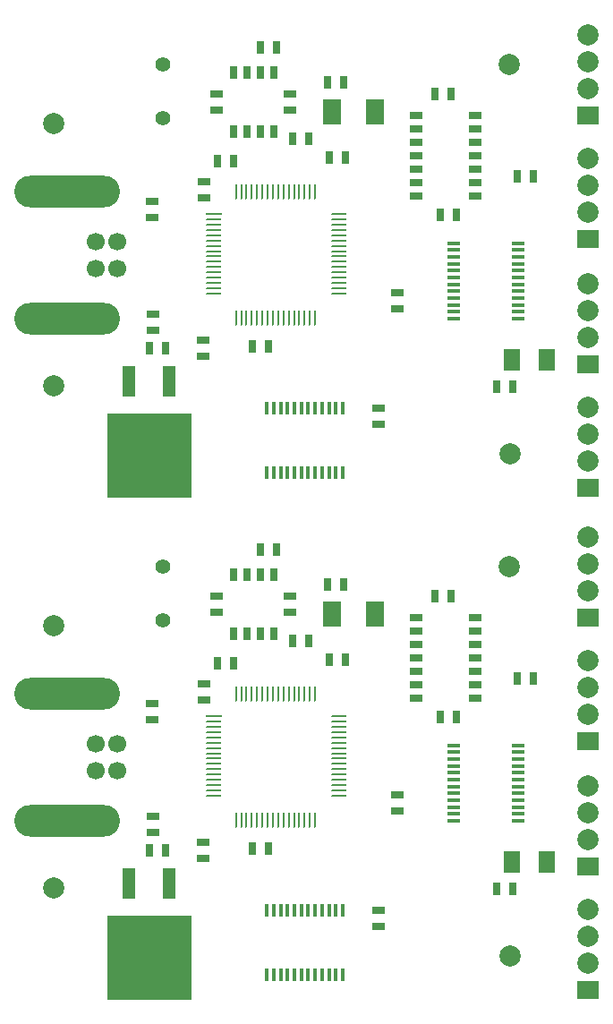
<source format=gts>
G04 #@! TF.FileFunction,Soldermask,Top*
%FSLAX46Y46*%
G04 Gerber Fmt 4.6, Leading zero omitted, Abs format (unit mm)*
G04 Created by KiCad (PCBNEW 4.0.7) date 02/20/18 19:55:49*
%MOMM*%
%LPD*%
G01*
G04 APERTURE LIST*
%ADD10C,0.150000*%
%ADD11R,0.635000X1.143000*%
%ADD12R,1.143000X0.635000*%
%ADD13R,1.998980X1.800860*%
%ADD14C,1.998980*%
%ADD15R,1.524000X2.032000*%
%ADD16R,1.800860X2.400300*%
%ADD17C,1.422400*%
%ADD18C,2.000000*%
%ADD19R,1.270000X0.406400*%
%ADD20R,0.406400X1.270000*%
%ADD21R,1.300480X2.999740*%
%ADD22R,8.001000X8.001000*%
%ADD23R,1.270000X0.635000*%
%ADD24R,0.635000X1.270000*%
%ADD25R,1.524000X0.248920*%
%ADD26O,1.524000X0.248920*%
%ADD27O,0.248920X1.524000*%
%ADD28C,1.700000*%
%ADD29O,10.000000X3.000000*%
G04 APERTURE END LIST*
D10*
D11*
X157734000Y-26670000D03*
X156210000Y-26670000D03*
D12*
X139700000Y-48641000D03*
X139700000Y-50165000D03*
D11*
X149098000Y-51689000D03*
X150622000Y-51689000D03*
D12*
X161036000Y-57531000D03*
X161036000Y-59055000D03*
D11*
X166878000Y-39243000D03*
X168402000Y-39243000D03*
X157861000Y-33782000D03*
X156337000Y-33782000D03*
X167894000Y-27813000D03*
X166370000Y-27813000D03*
D12*
X144526000Y-36068000D03*
X144526000Y-37592000D03*
D11*
X139319000Y-51816000D03*
X140843000Y-51816000D03*
X149860000Y-23368000D03*
X151384000Y-23368000D03*
D12*
X162814000Y-46609000D03*
X162814000Y-48133000D03*
D13*
X180848000Y-29845000D03*
D14*
X180848000Y-27305000D03*
X180848000Y-24765000D03*
X180848000Y-22225000D03*
D13*
X180848000Y-41529000D03*
D14*
X180848000Y-38989000D03*
X180848000Y-36449000D03*
X180848000Y-33909000D03*
D13*
X180848000Y-53340000D03*
D14*
X180848000Y-50800000D03*
X180848000Y-48260000D03*
X180848000Y-45720000D03*
D13*
X180848000Y-65024000D03*
D14*
X180848000Y-62484000D03*
X180848000Y-59944000D03*
X180848000Y-57404000D03*
D15*
X176911000Y-52959000D03*
X173609000Y-52959000D03*
D11*
X173736000Y-55499000D03*
X172212000Y-55499000D03*
X175641000Y-35560000D03*
X174117000Y-35560000D03*
D16*
X160672780Y-29464000D03*
X156573220Y-29464000D03*
D17*
X140589000Y-30099000D03*
X140589000Y-25019000D03*
D18*
X130302000Y-55372000D03*
X130302000Y-30607000D03*
X173355000Y-25019000D03*
X173482000Y-61849000D03*
D19*
X168148000Y-41910000D03*
X168148000Y-42545000D03*
X168148000Y-43205400D03*
X168148000Y-43865800D03*
X168148000Y-44500800D03*
X168148000Y-45161200D03*
X168148000Y-45821600D03*
X168148000Y-46456600D03*
X168148000Y-47117000D03*
X168148000Y-47752000D03*
X168148000Y-48412400D03*
X168148000Y-49072800D03*
X174244000Y-49098200D03*
X174244000Y-48412400D03*
X174244000Y-47752000D03*
X174244000Y-47117000D03*
X174244000Y-46456600D03*
X174244000Y-45821600D03*
X174244000Y-45161200D03*
X174244000Y-44500800D03*
X174244000Y-43865800D03*
X174244000Y-43205400D03*
X174244000Y-42545000D03*
X174244000Y-41910000D03*
D20*
X157607000Y-57531000D03*
X156972000Y-57531000D03*
X156311600Y-57531000D03*
X155651200Y-57531000D03*
X155016200Y-57531000D03*
X154355800Y-57531000D03*
X153695400Y-57531000D03*
X153060400Y-57531000D03*
X152400000Y-57531000D03*
X151765000Y-57531000D03*
X151104600Y-57531000D03*
X150444200Y-57531000D03*
X150418800Y-63627000D03*
X151104600Y-63627000D03*
X151765000Y-63627000D03*
X152400000Y-63627000D03*
X153060400Y-63627000D03*
X153695400Y-63627000D03*
X154355800Y-63627000D03*
X155016200Y-63627000D03*
X155651200Y-63627000D03*
X156311600Y-63627000D03*
X156972000Y-63627000D03*
X157607000Y-63627000D03*
D21*
X141224000Y-54991000D03*
X137414000Y-54991000D03*
D22*
X139319000Y-61976000D03*
D12*
X139573000Y-37973000D03*
X139573000Y-39497000D03*
X144399000Y-51054000D03*
X144399000Y-52578000D03*
X152654000Y-27813000D03*
X152654000Y-29337000D03*
D11*
X154432000Y-32004000D03*
X152908000Y-32004000D03*
X145796000Y-34163000D03*
X147320000Y-34163000D03*
D12*
X145669000Y-27813000D03*
X145669000Y-29337000D03*
D23*
X164592000Y-29845000D03*
X164592000Y-31115000D03*
X164592000Y-32385000D03*
X164592000Y-33655000D03*
X164592000Y-34925000D03*
X164592000Y-36195000D03*
X164592000Y-37465000D03*
X170180000Y-37465000D03*
X170180000Y-36195000D03*
X170180000Y-34925000D03*
X170180000Y-33655000D03*
X170180000Y-32385000D03*
X170180000Y-31115000D03*
X170180000Y-29845000D03*
D24*
X147320000Y-31369000D03*
X148590000Y-31369000D03*
X149860000Y-31369000D03*
X151130000Y-31369000D03*
X151130000Y-25781000D03*
X149860000Y-25781000D03*
X148590000Y-25781000D03*
X147320000Y-25781000D03*
D25*
X145387060Y-39176960D03*
D26*
X145387060Y-39677340D03*
X145387060Y-40177720D03*
X145387060Y-40678100D03*
X145387060Y-41178480D03*
X145387060Y-41676320D03*
X145387060Y-42176700D03*
X145387060Y-42677080D03*
X145387060Y-43177460D03*
X145387060Y-43677840D03*
X145387060Y-44178220D03*
X145387060Y-44676060D03*
X145387060Y-45176440D03*
X145387060Y-45676820D03*
X145387060Y-46177200D03*
X145387060Y-46677580D03*
D27*
X147507960Y-48958500D03*
X148008340Y-48958500D03*
X148508720Y-48958500D03*
X149009100Y-48958500D03*
X149509480Y-48958500D03*
X150007320Y-48958500D03*
X150507700Y-48958500D03*
X151008080Y-48958500D03*
X151508460Y-48958500D03*
X152008840Y-48958500D03*
X152509220Y-48958500D03*
X153007060Y-48958500D03*
X153507440Y-48958500D03*
X154007820Y-48958500D03*
X154508200Y-48958500D03*
X155008580Y-48958500D03*
D26*
X157289500Y-46677580D03*
X157289500Y-46177200D03*
X157289500Y-45676820D03*
X157289500Y-45176440D03*
X157289500Y-44676060D03*
X157289500Y-44178220D03*
X157289500Y-43677840D03*
X157289500Y-43177460D03*
X157289500Y-42677080D03*
X157289500Y-42176700D03*
X157289500Y-41676320D03*
X157289500Y-41178480D03*
X157289500Y-40678100D03*
X157289500Y-40177720D03*
X157289500Y-39677340D03*
X157289500Y-39176960D03*
D27*
X155008580Y-37056060D03*
X154508200Y-37056060D03*
X153507440Y-37056060D03*
X154007820Y-37038280D03*
X153007060Y-37056060D03*
X152509220Y-37056060D03*
X152008840Y-37056060D03*
X151508460Y-37056060D03*
X151008080Y-37056060D03*
X150507700Y-37056060D03*
X150014940Y-37056060D03*
X149514560Y-37056060D03*
X149014180Y-37056060D03*
X148513800Y-37056060D03*
X148015960Y-37056060D03*
X147515580Y-37056060D03*
D28*
X136271000Y-44323000D03*
X136271000Y-41783000D03*
X134272020Y-41783000D03*
X134272020Y-44323000D03*
D29*
X131572000Y-49052480D03*
X131572000Y-37053520D03*
D28*
X136271000Y-91821000D03*
X136271000Y-89281000D03*
X134272020Y-89281000D03*
X134272020Y-91821000D03*
D29*
X131572000Y-96550480D03*
X131572000Y-84551520D03*
D25*
X145387060Y-86674960D03*
D26*
X145387060Y-87175340D03*
X145387060Y-87675720D03*
X145387060Y-88176100D03*
X145387060Y-88676480D03*
X145387060Y-89174320D03*
X145387060Y-89674700D03*
X145387060Y-90175080D03*
X145387060Y-90675460D03*
X145387060Y-91175840D03*
X145387060Y-91676220D03*
X145387060Y-92174060D03*
X145387060Y-92674440D03*
X145387060Y-93174820D03*
X145387060Y-93675200D03*
X145387060Y-94175580D03*
D27*
X147507960Y-96456500D03*
X148008340Y-96456500D03*
X148508720Y-96456500D03*
X149009100Y-96456500D03*
X149509480Y-96456500D03*
X150007320Y-96456500D03*
X150507700Y-96456500D03*
X151008080Y-96456500D03*
X151508460Y-96456500D03*
X152008840Y-96456500D03*
X152509220Y-96456500D03*
X153007060Y-96456500D03*
X153507440Y-96456500D03*
X154007820Y-96456500D03*
X154508200Y-96456500D03*
X155008580Y-96456500D03*
D26*
X157289500Y-94175580D03*
X157289500Y-93675200D03*
X157289500Y-93174820D03*
X157289500Y-92674440D03*
X157289500Y-92174060D03*
X157289500Y-91676220D03*
X157289500Y-91175840D03*
X157289500Y-90675460D03*
X157289500Y-90175080D03*
X157289500Y-89674700D03*
X157289500Y-89174320D03*
X157289500Y-88676480D03*
X157289500Y-88176100D03*
X157289500Y-87675720D03*
X157289500Y-87175340D03*
X157289500Y-86674960D03*
D27*
X155008580Y-84554060D03*
X154508200Y-84554060D03*
X153507440Y-84554060D03*
X154007820Y-84536280D03*
X153007060Y-84554060D03*
X152509220Y-84554060D03*
X152008840Y-84554060D03*
X151508460Y-84554060D03*
X151008080Y-84554060D03*
X150507700Y-84554060D03*
X150014940Y-84554060D03*
X149514560Y-84554060D03*
X149014180Y-84554060D03*
X148513800Y-84554060D03*
X148015960Y-84554060D03*
X147515580Y-84554060D03*
D24*
X147320000Y-78867000D03*
X148590000Y-78867000D03*
X149860000Y-78867000D03*
X151130000Y-78867000D03*
X151130000Y-73279000D03*
X149860000Y-73279000D03*
X148590000Y-73279000D03*
X147320000Y-73279000D03*
D23*
X164592000Y-77343000D03*
X164592000Y-78613000D03*
X164592000Y-79883000D03*
X164592000Y-81153000D03*
X164592000Y-82423000D03*
X164592000Y-83693000D03*
X164592000Y-84963000D03*
X170180000Y-84963000D03*
X170180000Y-83693000D03*
X170180000Y-82423000D03*
X170180000Y-81153000D03*
X170180000Y-79883000D03*
X170180000Y-78613000D03*
X170180000Y-77343000D03*
D12*
X145669000Y-75311000D03*
X145669000Y-76835000D03*
D11*
X145796000Y-81661000D03*
X147320000Y-81661000D03*
X154432000Y-79502000D03*
X152908000Y-79502000D03*
D12*
X152654000Y-75311000D03*
X152654000Y-76835000D03*
X144399000Y-98552000D03*
X144399000Y-100076000D03*
X139573000Y-85471000D03*
X139573000Y-86995000D03*
D21*
X141224000Y-102489000D03*
X137414000Y-102489000D03*
D22*
X139319000Y-109474000D03*
D20*
X157607000Y-105029000D03*
X156972000Y-105029000D03*
X156311600Y-105029000D03*
X155651200Y-105029000D03*
X155016200Y-105029000D03*
X154355800Y-105029000D03*
X153695400Y-105029000D03*
X153060400Y-105029000D03*
X152400000Y-105029000D03*
X151765000Y-105029000D03*
X151104600Y-105029000D03*
X150444200Y-105029000D03*
X150418800Y-111125000D03*
X151104600Y-111125000D03*
X151765000Y-111125000D03*
X152400000Y-111125000D03*
X153060400Y-111125000D03*
X153695400Y-111125000D03*
X154355800Y-111125000D03*
X155016200Y-111125000D03*
X155651200Y-111125000D03*
X156311600Y-111125000D03*
X156972000Y-111125000D03*
X157607000Y-111125000D03*
D19*
X168148000Y-89408000D03*
X168148000Y-90043000D03*
X168148000Y-90703400D03*
X168148000Y-91363800D03*
X168148000Y-91998800D03*
X168148000Y-92659200D03*
X168148000Y-93319600D03*
X168148000Y-93954600D03*
X168148000Y-94615000D03*
X168148000Y-95250000D03*
X168148000Y-95910400D03*
X168148000Y-96570800D03*
X174244000Y-96596200D03*
X174244000Y-95910400D03*
X174244000Y-95250000D03*
X174244000Y-94615000D03*
X174244000Y-93954600D03*
X174244000Y-93319600D03*
X174244000Y-92659200D03*
X174244000Y-91998800D03*
X174244000Y-91363800D03*
X174244000Y-90703400D03*
X174244000Y-90043000D03*
X174244000Y-89408000D03*
D18*
X173482000Y-109347000D03*
X173355000Y-72517000D03*
X130302000Y-78105000D03*
X130302000Y-102870000D03*
D17*
X140589000Y-77597000D03*
X140589000Y-72517000D03*
D16*
X160672780Y-76962000D03*
X156573220Y-76962000D03*
D11*
X175641000Y-83058000D03*
X174117000Y-83058000D03*
X173736000Y-102997000D03*
X172212000Y-102997000D03*
D15*
X176911000Y-100457000D03*
X173609000Y-100457000D03*
D13*
X180848000Y-112522000D03*
D14*
X180848000Y-109982000D03*
X180848000Y-107442000D03*
X180848000Y-104902000D03*
D13*
X180848000Y-100838000D03*
D14*
X180848000Y-98298000D03*
X180848000Y-95758000D03*
X180848000Y-93218000D03*
D13*
X180848000Y-89027000D03*
D14*
X180848000Y-86487000D03*
X180848000Y-83947000D03*
X180848000Y-81407000D03*
D13*
X180848000Y-77343000D03*
D14*
X180848000Y-74803000D03*
X180848000Y-72263000D03*
X180848000Y-69723000D03*
D12*
X162814000Y-94107000D03*
X162814000Y-95631000D03*
D11*
X149860000Y-70866000D03*
X151384000Y-70866000D03*
X139319000Y-99314000D03*
X140843000Y-99314000D03*
D12*
X144526000Y-83566000D03*
X144526000Y-85090000D03*
D11*
X167894000Y-75311000D03*
X166370000Y-75311000D03*
X157861000Y-81280000D03*
X156337000Y-81280000D03*
X166878000Y-86741000D03*
X168402000Y-86741000D03*
D12*
X161036000Y-105029000D03*
X161036000Y-106553000D03*
D11*
X149098000Y-99187000D03*
X150622000Y-99187000D03*
D12*
X139700000Y-96139000D03*
X139700000Y-97663000D03*
D11*
X157734000Y-74168000D03*
X156210000Y-74168000D03*
M02*

</source>
